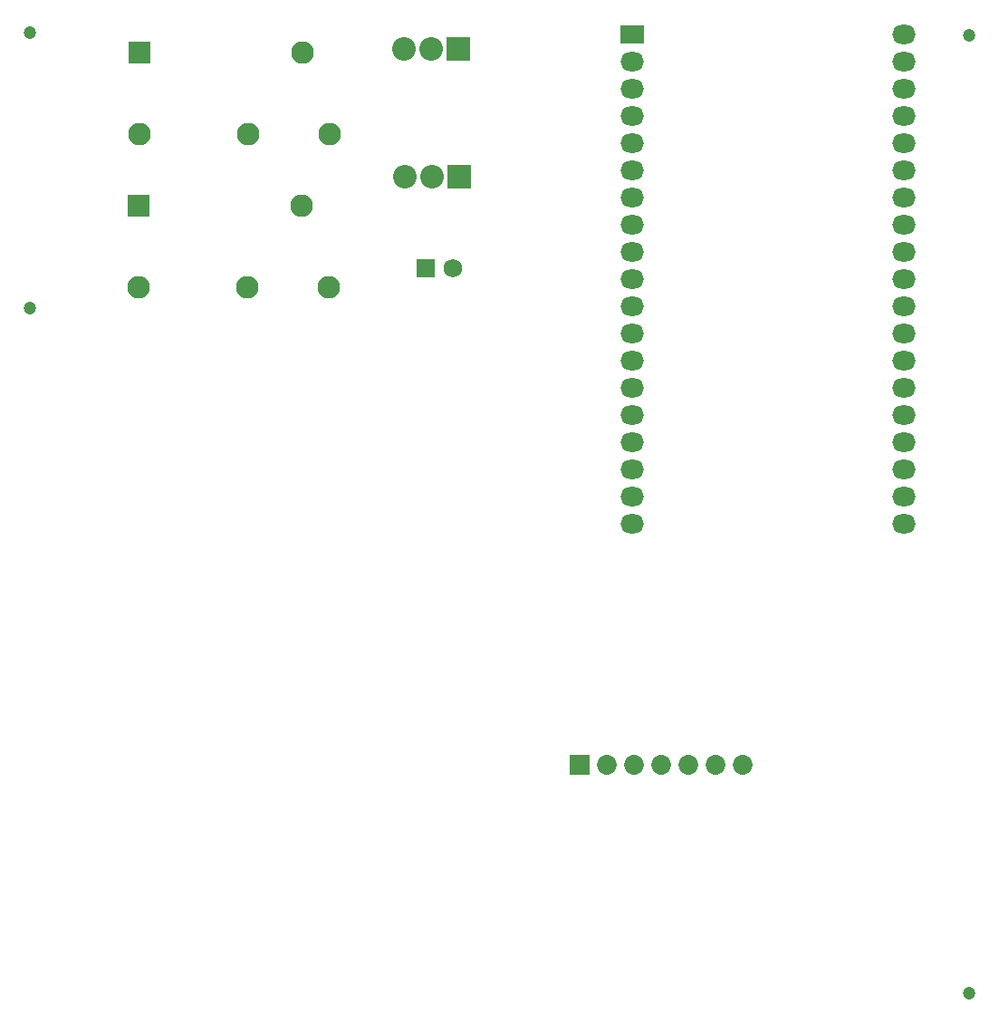
<source format=gbs>
G04*
G04 #@! TF.GenerationSoftware,Altium Limited,Altium Designer,21.7.2 (23)*
G04*
G04 Layer_Color=16711935*
%FSLAX25Y25*%
%MOIN*%
G70*
G04*
G04 #@! TF.SameCoordinates,BCDA84E1-426D-41BB-A13D-26443B01BCB4*
G04*
G04*
G04 #@! TF.FilePolarity,Negative*
G04*
G01*
G75*
%ADD20C,0.07296*%
%ADD21R,0.07296X0.07296*%
%ADD22C,0.04737*%
%ADD23R,0.08674X0.08674*%
%ADD24C,0.08674*%
%ADD25R,0.06902X0.06902*%
%ADD26C,0.06902*%
%ADD27C,0.08280*%
%ADD28R,0.08280X0.08280*%
%ADD29O,0.08674X0.07099*%
%ADD30R,0.08674X0.07099*%
D20*
X663937Y193307D02*
D03*
X653937D02*
D03*
X643937D02*
D03*
X633937D02*
D03*
X623937D02*
D03*
X613937D02*
D03*
D21*
X603937D02*
D03*
D22*
X747047Y109252D02*
D03*
Y461614D02*
D03*
X401575Y361221D02*
D03*
Y462598D02*
D03*
D23*
X559055Y456693D02*
D03*
X559370Y409449D02*
D03*
D24*
X539055Y456693D02*
D03*
X549055D02*
D03*
X549370Y409449D02*
D03*
X539370D02*
D03*
D25*
X547244Y375984D02*
D03*
D26*
X557244D02*
D03*
D27*
X441378Y368858D02*
D03*
X481378D02*
D03*
X511378D02*
D03*
X501378Y398858D02*
D03*
X441811Y425197D02*
D03*
X481811D02*
D03*
X511811D02*
D03*
X501811Y455197D02*
D03*
D28*
X441378Y398858D02*
D03*
X441811Y455197D02*
D03*
D29*
X723228Y282047D02*
D03*
Y292047D02*
D03*
Y302047D02*
D03*
Y312047D02*
D03*
Y322047D02*
D03*
Y332047D02*
D03*
Y342047D02*
D03*
Y352047D02*
D03*
Y362047D02*
D03*
Y372047D02*
D03*
Y382047D02*
D03*
Y392047D02*
D03*
Y402047D02*
D03*
Y412047D02*
D03*
Y422047D02*
D03*
Y432047D02*
D03*
Y442047D02*
D03*
Y452047D02*
D03*
Y462047D02*
D03*
X623228Y282047D02*
D03*
Y292047D02*
D03*
Y302047D02*
D03*
Y312047D02*
D03*
Y322047D02*
D03*
Y332047D02*
D03*
Y342047D02*
D03*
Y352047D02*
D03*
Y362047D02*
D03*
Y372047D02*
D03*
Y382047D02*
D03*
Y392047D02*
D03*
Y402047D02*
D03*
Y412047D02*
D03*
Y422047D02*
D03*
Y432047D02*
D03*
Y442047D02*
D03*
Y452047D02*
D03*
D30*
Y462047D02*
D03*
M02*

</source>
